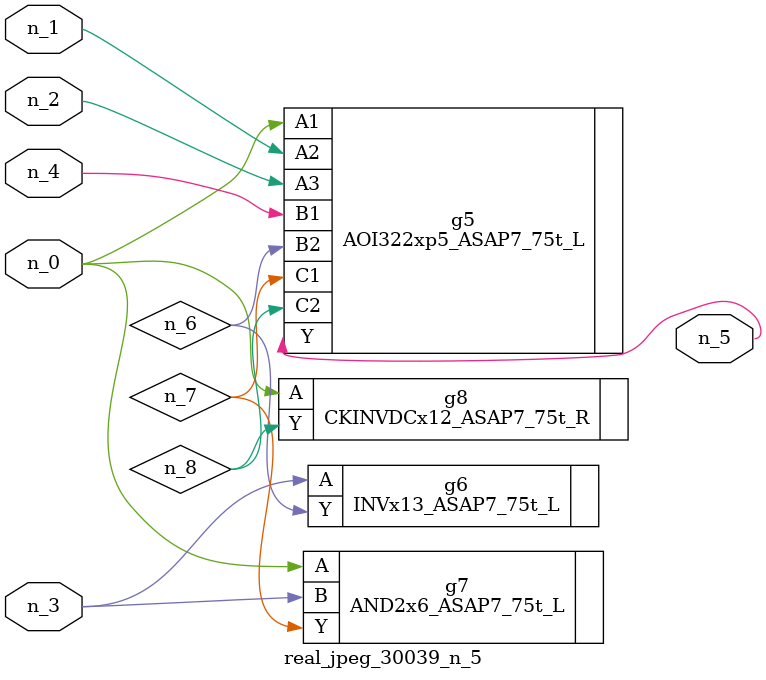
<source format=v>
module real_jpeg_30039_n_5 (n_4, n_0, n_1, n_2, n_3, n_5);

input n_4;
input n_0;
input n_1;
input n_2;
input n_3;

output n_5;

wire n_8;
wire n_6;
wire n_7;

AOI322xp5_ASAP7_75t_L g5 ( 
.A1(n_0),
.A2(n_1),
.A3(n_2),
.B1(n_4),
.B2(n_6),
.C1(n_7),
.C2(n_8),
.Y(n_5)
);

AND2x6_ASAP7_75t_L g7 ( 
.A(n_0),
.B(n_3),
.Y(n_7)
);

CKINVDCx12_ASAP7_75t_R g8 ( 
.A(n_0),
.Y(n_8)
);

INVx13_ASAP7_75t_L g6 ( 
.A(n_3),
.Y(n_6)
);


endmodule
</source>
